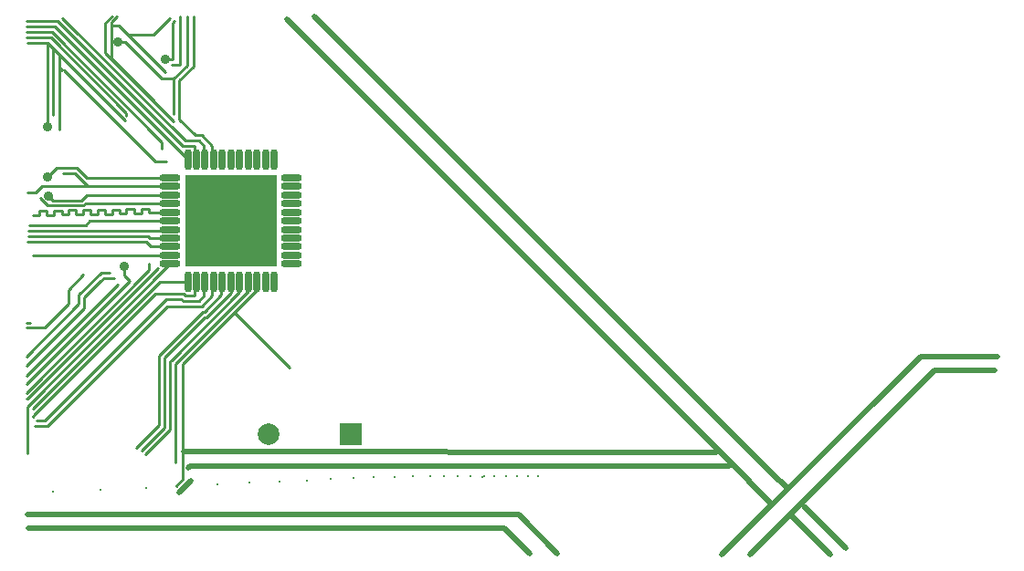
<source format=gts>
G04 Layer_Color=20142*
%FSLAX24Y24*%
%MOIN*%
G70*
G01*
G75*
%ADD12C,0.0197*%
%ADD13C,0.0100*%
%ADD14R,0.3339X0.3346*%
%ADD52O,0.0297X0.0769*%
%ADD53O,0.0769X0.0297*%
%ADD54C,0.0080*%
%ADD55R,0.0789X0.0789*%
%ADD56C,0.0789*%
%ADD57C,0.0356*%
D12*
X15780Y13028D02*
X15839Y13087D01*
X35488D02*
X35591Y13189D01*
X15839Y13087D02*
X35488D01*
X15583Y13606D02*
X35039Y13594D01*
X9886Y11315D02*
X27827D01*
X9945Y10807D02*
X27307D01*
X36268Y9846D02*
X43000Y16579D01*
X45205D01*
X35244Y9846D02*
X42488Y17091D01*
X45283D01*
X20362Y29532D02*
X37331Y12563D01*
X15426Y12118D02*
X15871Y12563D01*
X19378Y29413D02*
X35598Y13193D01*
X27827Y11315D02*
X29224Y9894D01*
X27307Y10807D02*
X28236Y9886D01*
X38236Y11618D02*
X39772Y10083D01*
X37724Y11303D02*
X37803D01*
X37724D02*
X39181Y9846D01*
X36189Y12563D02*
X37055Y11697D01*
X37331Y12563D02*
X37370D01*
X37646Y12287D01*
X35528Y13264D02*
X36268Y12524D01*
D13*
X15323Y12366D02*
X15559Y12602D01*
Y16802D01*
X18276Y19519D01*
Y19827D01*
X15293Y13223D02*
Y14728D01*
Y16827D01*
X17961Y19495D01*
Y19827D01*
X14188Y13501D02*
X15093Y14405D01*
Y16910D01*
X15148Y16965D01*
X17646Y19463D01*
Y19827D01*
X14067Y13662D02*
X14893Y14488D01*
Y17047D01*
X16378Y18532D01*
X16432D01*
X17331Y19431D01*
Y19827D01*
X13866Y13744D02*
X14693Y14571D01*
Y17130D01*
X16295Y18732D01*
X16349D01*
X16959Y19342D01*
Y19770D01*
X17016Y19827D01*
X9850Y18311D02*
X10008D01*
X11386Y19532D02*
X11937Y20083D01*
X11386Y19020D02*
Y19532D01*
X10520Y18154D02*
X11386Y19020D01*
X9850Y18154D02*
X10520D01*
X10149Y14553D02*
X10630D01*
X15010Y18932D01*
X16266D01*
X16644Y19310D01*
Y19827D01*
X16701D01*
X10232Y14753D02*
X10547D01*
X14971Y19177D01*
X15522D01*
X15566Y19132D01*
X16151D01*
X16329Y19310D01*
Y19770D01*
X16386Y19827D01*
X10090Y14894D02*
X10173Y14977D01*
X14572Y19377D01*
X15605D01*
X15649Y19332D01*
X16014D01*
Y19770D01*
X16071Y19827D01*
X10090Y15177D02*
X14740Y19827D01*
X15756D01*
X10109Y20791D02*
X10389D01*
X14436D01*
X15106D01*
X9890Y21294D02*
X11307D01*
X14216D01*
X14404Y21106D01*
X15106D01*
X11944Y22602D02*
X12023Y22681D01*
X10624Y22602D02*
X11944D01*
X10389Y22837D02*
X10624Y22602D01*
X10087Y22248D02*
X10323D01*
Y22402D01*
X10598D01*
Y22248D02*
Y22402D01*
Y22248D02*
X10874D01*
Y22402D01*
X11150D01*
Y22287D02*
Y22402D01*
Y22287D02*
X11386D01*
Y22442D01*
X11661D01*
Y22287D02*
Y22442D01*
Y22287D02*
X11937D01*
Y22442D01*
X12213D01*
Y22327D02*
Y22442D01*
X11858Y22799D02*
X12055Y22996D01*
X10835Y22799D02*
X11858D01*
X10677Y22957D02*
X10835Y22799D01*
X12602Y20165D02*
X12882D01*
X11776Y19339D02*
X12602Y20165D01*
X11776Y19017D02*
Y19339D01*
X9850Y17091D02*
X11776Y19017D01*
X12685Y19965D02*
X13079D01*
X12567Y19846D02*
X12685Y19965D01*
X11976Y19256D02*
X12567Y19846D01*
X11976Y18862D02*
Y19256D01*
X9850Y16736D02*
X11976Y18862D01*
X9850Y16382D02*
X13197Y19728D01*
X13433Y20043D02*
Y20398D01*
Y20043D02*
X13630Y19846D01*
X9850Y16067D02*
X13630Y19846D01*
X14339Y20240D02*
Y20476D01*
Y20240D02*
Y20240D01*
X9850Y15752D02*
X14339Y20240D01*
X11097Y16750D02*
X14664Y20317D01*
X9902Y15555D02*
X11097Y16750D01*
X9850Y15555D02*
X9902D01*
X9890Y13547D02*
Y15260D01*
X15106Y20476D01*
X9929Y21494D02*
X10047D01*
X14299D01*
X14372Y21421D01*
X15106D01*
X9929Y21694D02*
X15106D01*
Y21736D01*
X9969Y21894D02*
X12020D01*
X12177Y22051D01*
X15106D01*
X13276Y22327D02*
Y22442D01*
X13000D02*
X13276D01*
X13000Y22287D02*
Y22442D01*
X12724Y22287D02*
X13000D01*
X12724D02*
Y22442D01*
X12449D02*
X12724D01*
X12449Y22287D02*
Y22442D01*
X12213Y22287D02*
X12449D01*
X13276Y22327D02*
X13512D01*
Y22481D01*
X13787D01*
Y22327D02*
Y22481D01*
Y22327D02*
X14063D01*
Y22481D01*
X14339D01*
Y22366D02*
Y22481D01*
Y22366D02*
X15106D01*
X10352Y22875D02*
X10389Y22837D01*
X12023Y22681D02*
X15106D01*
X15208Y29291D02*
X15266Y29349D01*
X15208Y27960D02*
Y29291D01*
X14932Y27960D02*
X15208D01*
X14929Y27957D02*
X14932Y27960D01*
X15466Y27760D02*
Y29507D01*
X15165Y27760D02*
X15466D01*
X14496Y28862D02*
X15087Y29453D01*
X13551Y28862D02*
X14496D01*
X13232Y29181D02*
X14929Y27484D01*
X12984Y29181D02*
X13232D01*
X13461Y28598D02*
X14807Y27252D01*
X15241D01*
Y25954D02*
Y27252D01*
X15717Y27728D01*
Y29532D01*
X15953Y27681D02*
Y29532D01*
X15441Y27169D02*
X15953Y27681D01*
X15441Y25752D02*
Y27169D01*
Y25752D02*
X16023Y25170D01*
X16266D01*
X16644Y24792D01*
Y24332D02*
Y24792D01*
Y24332D02*
X16701Y24276D01*
X11051Y27681D02*
X11169Y27563D01*
X14575Y24217D02*
X14969D01*
X11228Y27563D02*
X14575Y24217D01*
X10638Y25476D02*
Y28547D01*
X11051Y25378D02*
Y28134D01*
X10835Y25909D02*
Y28272D01*
X11163Y29466D02*
X15659Y24970D01*
X16151D01*
X16329Y24792D01*
Y24332D02*
Y24792D01*
Y24332D02*
X16386Y24276D01*
X10638Y28547D02*
X13472Y25713D01*
X9890Y28547D02*
X10638D01*
X13512Y25870D02*
Y25988D01*
X10756Y28744D02*
X13512Y25988D01*
X9850Y28744D02*
X10756D01*
X14811Y24689D02*
Y24925D01*
X10795Y28941D02*
X14811Y24925D01*
X9850Y28941D02*
X10795D01*
X10441Y23311D02*
X11346D01*
X10205Y23075D02*
X10441Y23311D01*
X9890Y23075D02*
X10205D01*
X11346Y23311D02*
X11425D01*
X12087D01*
X12055Y22996D02*
X15106D01*
X11189Y23780D02*
X11618D01*
X12087Y23311D01*
X15106D01*
X10638Y23665D02*
X10953Y23980D01*
X11701D01*
X12055Y23626D01*
X15106D01*
X9850Y29338D02*
X11009D01*
X11051Y29295D01*
X13498Y26848D01*
X15576Y24770D01*
X16014D01*
Y24332D02*
Y24770D01*
Y24332D02*
X16071Y24276D01*
X9850Y29138D02*
X10894D01*
X15756Y24276D01*
X17455Y18698D02*
X19457Y16697D01*
X12744Y28168D02*
X15241Y25671D01*
X12744Y28168D02*
Y29276D01*
X13000Y29532D01*
X12957Y28000D02*
X14535Y26421D01*
X12957Y28000D02*
Y29331D01*
X13157Y29532D01*
X13201Y28598D02*
X13461D01*
D14*
X17331Y22043D02*
D03*
D52*
X15748Y24272D02*
D03*
X16063D02*
D03*
X16378D02*
D03*
X16693D02*
D03*
X17008D02*
D03*
X17323D02*
D03*
X17638D02*
D03*
X17953D02*
D03*
X18268D02*
D03*
X18583D02*
D03*
X18898D02*
D03*
Y19823D02*
D03*
X18583D02*
D03*
X18268D02*
D03*
X17953D02*
D03*
X17638D02*
D03*
X17323D02*
D03*
X17008D02*
D03*
X16693D02*
D03*
X16378D02*
D03*
X16063D02*
D03*
X15748D02*
D03*
D53*
X19547Y23622D02*
D03*
Y23307D02*
D03*
Y22992D02*
D03*
Y22677D02*
D03*
Y22362D02*
D03*
Y22047D02*
D03*
Y21732D02*
D03*
Y21417D02*
D03*
Y21102D02*
D03*
Y20787D02*
D03*
Y20472D02*
D03*
X15098D02*
D03*
Y20787D02*
D03*
Y21102D02*
D03*
Y21417D02*
D03*
Y21732D02*
D03*
Y22047D02*
D03*
Y22362D02*
D03*
Y22677D02*
D03*
Y22992D02*
D03*
Y23307D02*
D03*
Y23622D02*
D03*
D54*
X26512Y12681D02*
D03*
X28520Y12720D02*
D03*
X28165D02*
D03*
X27772D02*
D03*
X27378D02*
D03*
X26945D02*
D03*
X26551D02*
D03*
X26079D02*
D03*
X25606D02*
D03*
X25094D02*
D03*
X24583D02*
D03*
X23953D02*
D03*
X23283Y12681D02*
D03*
X22535D02*
D03*
X21787Y12642D02*
D03*
X20961Y12602D02*
D03*
X20094Y12563D02*
D03*
X19110Y12524D02*
D03*
X18008Y12484D02*
D03*
X16827Y12406D02*
D03*
X15646Y12366D02*
D03*
X14228Y12287D02*
D03*
X12575Y12209D02*
D03*
X10843Y12142D02*
D03*
D55*
X21709Y14256D02*
D03*
D56*
X18709D02*
D03*
D57*
X13425Y20394D02*
D03*
X14921Y27953D02*
D03*
X10630Y25472D02*
D03*
X10630Y23661D02*
D03*
X10669Y22953D02*
D03*
X13193Y28594D02*
D03*
M02*

</source>
